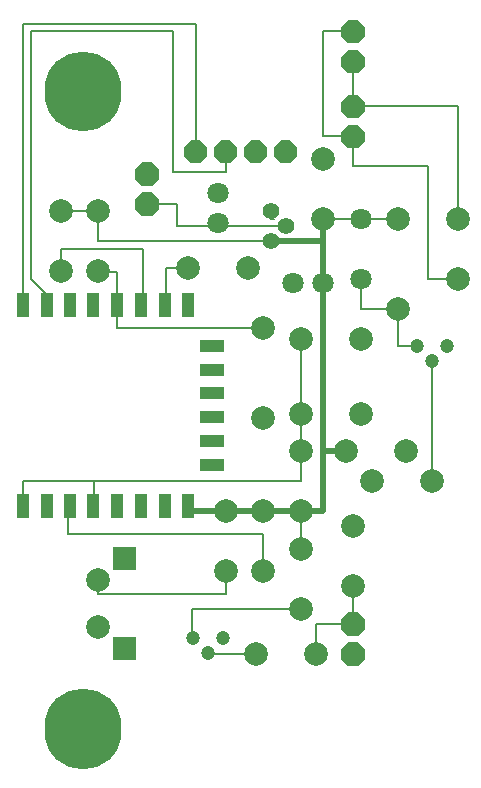
<source format=gbr>
%FSLAX34Y34*%
%MOMM*%
%LNCOPPER_TOP*%
G71*
G01*
%ADD10C, 6.50*%
%ADD11R, 1.00X2.00*%
%ADD12R, 2.00X1.00*%
%ADD13C, 2.00*%
%ADD14C, 2.00*%
%ADD15C, 1.80*%
%ADD16C, 0.20*%
%ADD17C, 1.80*%
%ADD18C, 2.00*%
%ADD19C, 0.50*%
%ADD20C, 2.00*%
%ADD21C, 1.20*%
%ADD22C, 1.40*%
%LPD*%
X165100Y368300D02*
G54D10*
D03*
X165100Y908050D02*
G54D10*
D03*
X254034Y727058D02*
G54D11*
D03*
X234191Y727058D02*
G54D11*
D03*
X214347Y727058D02*
G54D11*
D03*
X193709Y727058D02*
G54D11*
D03*
X173866Y727058D02*
G54D11*
D03*
X154022Y727058D02*
G54D11*
D03*
X134178Y727058D02*
G54D11*
D03*
X114334Y727058D02*
G54D11*
D03*
X273878Y692133D02*
G54D12*
D03*
X273878Y672289D02*
G54D12*
D03*
X273878Y652446D02*
G54D12*
D03*
X273878Y632602D02*
G54D12*
D03*
X273878Y611964D02*
G54D12*
D03*
X273878Y592121D02*
G54D12*
D03*
X254034Y557196D02*
G54D11*
D03*
X234191Y557196D02*
G54D11*
D03*
X214347Y557196D02*
G54D11*
D03*
X193709Y557196D02*
G54D11*
D03*
X173866Y557196D02*
G54D11*
D03*
X154022Y557196D02*
G54D11*
D03*
X134178Y557196D02*
G54D11*
D03*
X114334Y557196D02*
G54D11*
D03*
G36*
X265312Y696581D02*
X283312Y696581D01*
X283312Y687581D01*
X265312Y687581D01*
X265312Y696581D01*
G37*
G36*
X265312Y676738D02*
X283312Y676738D01*
X283312Y667738D01*
X265312Y667738D01*
X265312Y676738D01*
G37*
G36*
X265312Y656894D02*
X283312Y656894D01*
X283312Y647894D01*
X265312Y647894D01*
X265312Y656894D01*
G37*
G36*
X265312Y637050D02*
X283312Y637050D01*
X283312Y628050D01*
X265312Y628050D01*
X265312Y637050D01*
G37*
G36*
X265312Y616412D02*
X283312Y616412D01*
X283312Y607412D01*
X265312Y607412D01*
X265312Y616412D01*
G37*
G36*
X265312Y596569D02*
X283312Y596569D01*
X283312Y587569D01*
X265312Y587569D01*
X265312Y596569D01*
G37*
G36*
X109475Y736800D02*
X118475Y736800D01*
X118475Y718800D01*
X109475Y718800D01*
X109475Y736800D01*
G37*
G36*
X129319Y736800D02*
X138319Y736800D01*
X138319Y718800D01*
X129319Y718800D01*
X129319Y736800D01*
G37*
G36*
X149162Y736800D02*
X158162Y736800D01*
X158162Y718800D01*
X149162Y718800D01*
X149162Y736800D01*
G37*
G36*
X169006Y736800D02*
X178006Y736800D01*
X178006Y718800D01*
X169006Y718800D01*
X169006Y736800D01*
G37*
G36*
X188850Y736800D02*
X197850Y736800D01*
X197850Y718800D01*
X188850Y718800D01*
X188850Y736800D01*
G37*
G36*
X209488Y736800D02*
X218488Y736800D01*
X218488Y718800D01*
X209488Y718800D01*
X209488Y736800D01*
G37*
G36*
X229331Y736800D02*
X238331Y736800D01*
X238331Y718800D01*
X229331Y718800D01*
X229331Y736800D01*
G37*
G36*
X249175Y736800D02*
X258175Y736800D01*
X258175Y718800D01*
X249175Y718800D01*
X249175Y736800D01*
G37*
G36*
X249175Y565350D02*
X258175Y565350D01*
X258175Y547350D01*
X249175Y547350D01*
X249175Y565350D01*
G37*
G36*
X229331Y565350D02*
X238331Y565350D01*
X238331Y547350D01*
X229331Y547350D01*
X229331Y565350D01*
G37*
G36*
X209488Y565350D02*
X218488Y565350D01*
X218488Y547350D01*
X209488Y547350D01*
X209488Y565350D01*
G37*
G36*
X188850Y565350D02*
X197850Y565350D01*
X197850Y547350D01*
X188850Y547350D01*
X188850Y565350D01*
G37*
G36*
X169006Y565350D02*
X178006Y565350D01*
X178006Y547350D01*
X169006Y547350D01*
X169006Y565350D01*
G37*
G36*
X149162Y565350D02*
X158162Y565350D01*
X158162Y547350D01*
X149162Y547350D01*
X149162Y565350D01*
G37*
G36*
X129319Y565350D02*
X138319Y565350D01*
X138319Y547350D01*
X129319Y547350D01*
X129319Y565350D01*
G37*
G36*
X109475Y565350D02*
X118475Y565350D01*
X118475Y547350D01*
X109475Y547350D01*
X109475Y565350D01*
G37*
X165100Y908844D02*
G54D10*
D03*
X165100Y909638D02*
G54D10*
D03*
X165100Y907256D02*
G54D10*
D03*
X165100Y906462D02*
G54D10*
D03*
X165100Y369094D02*
G54D10*
D03*
X165100Y369888D02*
G54D10*
D03*
X165100Y367506D02*
G54D10*
D03*
X165100Y366712D02*
G54D10*
D03*
G36*
X190025Y522762D02*
X210025Y522762D01*
X210025Y502762D01*
X190025Y502762D01*
X190025Y522762D01*
G37*
G36*
X190025Y446562D02*
X210025Y446562D01*
X210025Y426562D01*
X190025Y426562D01*
X190025Y446562D01*
G37*
X177800Y454819D02*
G54D13*
D03*
X177800Y494506D02*
G54D13*
D03*
X431800Y724002D02*
G54D14*
D03*
X482600Y749402D02*
G54D14*
D03*
X482600Y800202D02*
G54D14*
D03*
X431800Y800202D02*
G54D14*
D03*
X400050Y800100D02*
G54D15*
D03*
X400050Y749300D02*
G54D15*
D03*
G36*
X250350Y861400D02*
X256200Y867250D01*
X264500Y867250D01*
X270350Y861400D01*
X270350Y853100D01*
X264500Y847250D01*
X256200Y847250D01*
X250350Y853100D01*
X250350Y861400D01*
G37*
G36*
X275750Y861400D02*
X281600Y867250D01*
X289900Y867250D01*
X295750Y861400D01*
X295750Y853100D01*
X289900Y847250D01*
X281600Y847250D01*
X275750Y853100D01*
X275750Y861400D01*
G37*
G36*
X301150Y861400D02*
X307000Y867250D01*
X315300Y867250D01*
X321150Y861400D01*
X321150Y853100D01*
X315300Y847250D01*
X307000Y847250D01*
X301150Y853100D01*
X301150Y861400D01*
G37*
G36*
X326550Y861400D02*
X332400Y867250D01*
X340700Y867250D01*
X346550Y861400D01*
X346550Y853100D01*
X340700Y847250D01*
X332400Y847250D01*
X326550Y853100D01*
X326550Y861400D01*
G37*
G54D16*
X114300Y730250D02*
X114300Y965200D01*
X260350Y965200D01*
X260350Y857250D01*
G54D16*
X133350Y730250D02*
X133350Y736600D01*
X120650Y749300D01*
X120650Y958850D01*
X241300Y958850D01*
X241300Y839788D01*
X285750Y839788D01*
X285750Y857250D01*
G36*
X209075Y842350D02*
X214925Y848200D01*
X223225Y848200D01*
X229075Y842350D01*
X229075Y834050D01*
X223225Y828200D01*
X214925Y828200D01*
X209075Y834050D01*
X209075Y842350D01*
G37*
G36*
X209075Y816950D02*
X214925Y822800D01*
X223225Y822800D01*
X229075Y816950D01*
X229075Y808650D01*
X223225Y802800D01*
X214925Y802800D01*
X209075Y808650D01*
X209075Y816950D01*
G37*
X279399Y822325D02*
G54D15*
D03*
X279399Y796925D02*
G54D15*
D03*
X279399Y822325D02*
G54D17*
D03*
X342900Y746125D02*
G54D15*
D03*
X368300Y746125D02*
G54D15*
D03*
X342900Y746125D02*
G54D17*
D03*
X368300Y850900D02*
G54D18*
D03*
X368300Y800100D02*
G54D18*
D03*
X368300Y850900D02*
G54D17*
D03*
G36*
X249000Y737070D02*
X259000Y737070D01*
X259000Y717070D01*
X249000Y717070D01*
X249000Y737070D01*
G37*
G54D19*
X254000Y552450D02*
X368300Y552450D01*
X368300Y803275D01*
G54D16*
X193675Y730250D02*
X193675Y755253D01*
X178933Y755272D01*
G54D16*
X234950Y730250D02*
X234950Y758825D01*
X254000Y758825D01*
X317500Y631825D02*
G54D20*
D03*
X317500Y708025D02*
G54D20*
D03*
G54D16*
X193675Y727075D02*
X193675Y708025D01*
X317500Y708025D01*
X317500Y631820D02*
G54D18*
D03*
G54D16*
X349647Y577850D02*
X114300Y577850D01*
X114300Y558800D01*
G54D16*
X174625Y558800D02*
X174625Y577850D01*
X177800Y454820D02*
G54D18*
D03*
G54D16*
X317500Y501650D02*
X317500Y533400D01*
X152400Y533400D01*
X152400Y552450D01*
G54D16*
X177800Y492125D02*
X177800Y482600D01*
X285750Y482600D01*
X285750Y501650D01*
X349250Y635000D02*
G54D18*
D03*
X400050Y635000D02*
G54D18*
D03*
X349250Y698500D02*
G54D18*
D03*
X400050Y698500D02*
G54D18*
D03*
X400050Y698500D02*
G54D18*
D03*
X400050Y635000D02*
G54D18*
D03*
G36*
X397850Y467200D02*
X403700Y461350D01*
X403700Y453050D01*
X397850Y447200D01*
X389550Y447200D01*
X383700Y453050D01*
X383700Y461350D01*
X389550Y467200D01*
X397850Y467200D01*
G37*
G36*
X397850Y441800D02*
X403700Y435950D01*
X403700Y427650D01*
X397850Y421800D01*
X389550Y421800D01*
X383700Y427650D01*
X383700Y435950D01*
X389550Y441800D01*
X397850Y441800D01*
G37*
X473075Y692150D02*
G54D21*
D03*
X460375Y679450D02*
G54D21*
D03*
X447675Y692150D02*
G54D21*
D03*
X473075Y692150D02*
G54D21*
D03*
G54D16*
X447675Y692150D02*
X431800Y692150D01*
X431800Y723900D01*
G54D16*
X400050Y749300D02*
X400050Y723900D01*
X431800Y723900D01*
G54D16*
X400050Y800100D02*
X431800Y800100D01*
G36*
X397850Y905350D02*
X403700Y899500D01*
X403700Y891200D01*
X397850Y885350D01*
X389550Y885350D01*
X383700Y891200D01*
X383700Y899500D01*
X389550Y905350D01*
X397850Y905350D01*
G37*
G36*
X397850Y879950D02*
X403700Y874100D01*
X403700Y865800D01*
X397850Y859950D01*
X389550Y859950D01*
X383700Y865800D01*
X383700Y874100D01*
X389550Y879950D01*
X397850Y879950D01*
G37*
G36*
X397850Y968850D02*
X403700Y963000D01*
X403700Y954700D01*
X397850Y948850D01*
X389550Y948850D01*
X383700Y954700D01*
X383700Y963000D01*
X389550Y968850D01*
X397850Y968850D01*
G37*
G36*
X397850Y943450D02*
X403700Y937600D01*
X403700Y929300D01*
X397850Y923450D01*
X389550Y923450D01*
X383700Y929300D01*
X383700Y937600D01*
X389550Y943450D01*
X397850Y943450D01*
G37*
G54D16*
X482600Y749300D02*
X457200Y749300D01*
X457200Y844550D01*
X393700Y844550D01*
X393700Y869950D01*
G54D16*
X393700Y895350D02*
X482600Y895350D01*
X482600Y800100D01*
G54D16*
X393700Y869950D02*
X368300Y869950D01*
X368300Y958850D01*
X393700Y958850D01*
G54D16*
X393700Y933450D02*
X393700Y895350D01*
X323850Y806450D02*
G54D22*
D03*
X336550Y793750D02*
G54D22*
D03*
X323850Y781050D02*
G54D22*
D03*
X323850Y806450D02*
G54D22*
D03*
G54D16*
X146050Y806450D02*
X177800Y806450D01*
X177800Y781050D01*
X323850Y781050D01*
G54D16*
X323850Y800100D02*
X327025Y800100D01*
G54D19*
X323850Y781050D02*
X368300Y781050D01*
G54D16*
X215900Y730250D02*
X215900Y774700D01*
X146050Y774700D01*
X146050Y755650D01*
X304800Y758825D02*
G54D14*
D03*
G54D16*
X368300Y800100D02*
X400050Y800100D01*
G54D16*
X349250Y577850D02*
X349250Y635000D01*
G54D16*
X349250Y635000D02*
X349250Y698500D01*
G54D16*
X279400Y793750D02*
X336550Y793750D01*
G54D16*
X222250Y812800D02*
X244475Y812800D01*
X244475Y793750D01*
X279400Y793750D01*
X349250Y520700D02*
G54D14*
D03*
X349250Y469900D02*
G54D14*
D03*
G54D16*
X349250Y552450D02*
X349250Y520700D01*
X460375Y577850D02*
G54D14*
D03*
X409575Y577850D02*
G54D14*
D03*
X283256Y444953D02*
G54D21*
D03*
X270556Y432253D02*
G54D21*
D03*
X257856Y444953D02*
G54D21*
D03*
X283256Y444953D02*
G54D21*
D03*
G54D16*
X257175Y444500D02*
X257175Y469900D01*
X349250Y469900D01*
X311150Y431800D02*
G54D14*
D03*
X361950Y431800D02*
G54D14*
D03*
G54D16*
X361950Y431800D02*
X361950Y457200D01*
X393700Y457200D01*
G54D16*
X269875Y431800D02*
X285750Y431800D01*
X311150Y431800D01*
X254000Y758825D02*
G54D14*
D03*
X304800Y758825D02*
G54D14*
D03*
X146050Y806450D02*
G54D14*
D03*
X146050Y755650D02*
G54D14*
D03*
X177800Y806450D02*
G54D14*
D03*
X177800Y755650D02*
G54D14*
D03*
X349250Y603250D02*
G54D14*
D03*
X349250Y552450D02*
G54D14*
D03*
X285750Y552450D02*
G54D14*
D03*
X285750Y501650D02*
G54D14*
D03*
X317500Y552450D02*
G54D14*
D03*
X317500Y501650D02*
G54D14*
D03*
G54D16*
X460375Y577850D02*
X460375Y679450D01*
X393700Y539750D02*
G54D14*
D03*
X393700Y488950D02*
G54D14*
D03*
X393700Y539750D02*
G54D14*
D03*
G54D16*
X393700Y488950D02*
X393700Y457200D01*
X438150Y603250D02*
G54D18*
D03*
X387350Y603250D02*
G54D18*
D03*
X438150Y603250D02*
G54D17*
D03*
G54D19*
X387350Y603250D02*
X368300Y603250D01*
M02*

</source>
